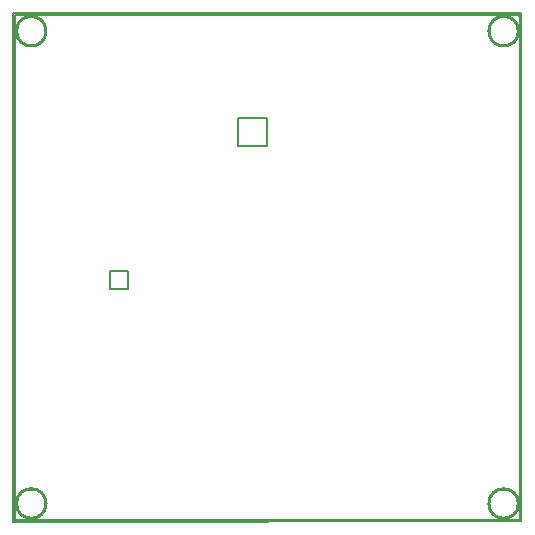
<source format=gko>
%FSLAX25Y25*%
%MOIN*%
G70*
G01*
G75*
G04 Layer_Color=65280*
%ADD10C,0.01000*%
%ADD11C,0.01500*%
%ADD12C,0.02000*%
%ADD13C,0.03937*%
%ADD14R,0.08268X0.08268*%
%ADD15R,0.08268X0.08268*%
%ADD16R,0.03150X0.02362*%
%ADD17R,0.02362X0.03150*%
%ADD18R,0.01083X0.00984*%
%ADD19R,0.00984X0.01083*%
%ADD20R,0.01181X0.01890*%
%ADD21R,0.01890X0.01181*%
%ADD22R,0.02362X0.02362*%
%ADD23R,0.02362X0.02362*%
%ADD24R,0.03347X0.02756*%
%ADD25R,0.01083X0.00984*%
%ADD26R,0.00984X0.01083*%
%ADD27R,0.02756X0.03347*%
%ADD28R,0.01378X0.00787*%
%ADD29R,0.01181X0.01181*%
%ADD30R,0.01378X0.00984*%
%ADD31R,0.01378X0.01181*%
G04:AMPARAMS|DCode=32|XSize=39.37mil|YSize=41.34mil|CornerRadius=5.91mil|HoleSize=0mil|Usage=FLASHONLY|Rotation=90.000|XOffset=0mil|YOffset=0mil|HoleType=Round|Shape=RoundedRectangle|*
%AMROUNDEDRECTD32*
21,1,0.03937,0.02953,0,0,90.0*
21,1,0.02756,0.04134,0,0,90.0*
1,1,0.01181,0.01476,0.01378*
1,1,0.01181,0.01476,-0.01378*
1,1,0.01181,-0.01476,-0.01378*
1,1,0.01181,-0.01476,0.01378*
%
%ADD32ROUNDEDRECTD32*%
G04:AMPARAMS|DCode=33|XSize=41.34mil|YSize=86.61mil|CornerRadius=6.2mil|HoleSize=0mil|Usage=FLASHONLY|Rotation=90.000|XOffset=0mil|YOffset=0mil|HoleType=Round|Shape=RoundedRectangle|*
%AMROUNDEDRECTD33*
21,1,0.04134,0.07421,0,0,90.0*
21,1,0.02894,0.08661,0,0,90.0*
1,1,0.01240,0.03711,0.01447*
1,1,0.01240,0.03711,-0.01447*
1,1,0.01240,-0.03711,-0.01447*
1,1,0.01240,-0.03711,0.01447*
%
%ADD33ROUNDEDRECTD33*%
G04:AMPARAMS|DCode=34|XSize=27.56mil|YSize=33.47mil|CornerRadius=0mil|HoleSize=0mil|Usage=FLASHONLY|Rotation=225.000|XOffset=0mil|YOffset=0mil|HoleType=Round|Shape=Rectangle|*
%AMROTATEDRECTD34*
4,1,4,-0.00209,0.02158,0.02158,-0.00209,0.00209,-0.02158,-0.02158,0.00209,-0.00209,0.02158,0.0*
%
%ADD34ROTATEDRECTD34*%

%ADD35O,0.06299X0.01181*%
%ADD36R,0.06299X0.01181*%
%ADD37O,0.01181X0.06299*%
%ADD38R,0.04800X0.05600*%
%ADD39R,0.05000X0.05000*%
%ADD40R,0.05000X0.07874*%
%ADD41R,0.07874X0.02756*%
%ADD42C,0.00600*%
%ADD43C,0.00800*%
%ADD44C,0.00500*%
%ADD45C,0.02000*%
%ADD46C,0.03000*%
%ADD47C,0.04000*%
%ADD48C,0.05000*%
%ADD49C,0.03000*%
%ADD50C,0.04000*%
%ADD51O,0.07874X0.03937*%
%ADD52O,0.03937X0.07874*%
%ADD53R,0.02362X0.03937*%
%ADD54R,0.02559X0.04921*%
%ADD55C,0.00787*%
%ADD56R,0.03937X0.05118*%
%ADD57R,0.01200X0.01800*%
%ADD58R,0.04921X0.02559*%
%ADD59R,0.05118X0.03937*%
%ADD60O,0.01378X0.02756*%
%ADD61R,0.07087X0.04331*%
G04:AMPARAMS|DCode=62|XSize=45mil|YSize=65mil|CornerRadius=5.63mil|HoleSize=0mil|Usage=FLASHONLY|Rotation=0.000|XOffset=0mil|YOffset=0mil|HoleType=Round|Shape=RoundedRectangle|*
%AMROUNDEDRECTD62*
21,1,0.04500,0.05375,0,0,0.0*
21,1,0.03375,0.06500,0,0,0.0*
1,1,0.01125,0.01688,-0.02688*
1,1,0.01125,-0.01688,-0.02688*
1,1,0.01125,-0.01688,0.02688*
1,1,0.01125,0.01688,0.02688*
%
%ADD62ROUNDEDRECTD62*%
%ADD63O,0.08661X0.02362*%
%ADD64R,0.11811X0.19685*%
%ADD65O,0.02953X0.01772*%
%ADD66R,0.08661X0.11811*%
%ADD67R,0.09843X0.01969*%
%ADD68P,0.03341X4X90.0*%
%ADD69R,0.03937X0.02362*%
%ADD70R,0.07874X0.07874*%
%ADD71R,0.05906X0.05118*%
%ADD72R,0.07874X0.07087*%
%ADD73R,0.05906X0.03150*%
%ADD74R,0.14704X0.04000*%
%ADD75C,0.01200*%
%ADD76C,0.00300*%
%ADD77R,0.35200X0.19400*%
%ADD78R,0.02472X0.02228*%
%ADD79C,0.04737*%
%ADD80R,0.09068X0.09068*%
%ADD81R,0.09068X0.09068*%
%ADD82R,0.03950X0.03162*%
%ADD83R,0.03162X0.03950*%
%ADD84R,0.01883X0.01784*%
%ADD85R,0.01784X0.01883*%
%ADD86R,0.01981X0.02690*%
%ADD87R,0.02690X0.01981*%
%ADD88R,0.03162X0.03162*%
%ADD89R,0.03162X0.03162*%
%ADD90R,0.04147X0.03556*%
%ADD91R,0.01883X0.01784*%
%ADD92R,0.01784X0.01883*%
%ADD93R,0.03556X0.04147*%
%ADD94R,0.02178X0.01587*%
%ADD95R,0.01981X0.01981*%
%ADD96R,0.02178X0.01784*%
%ADD97R,0.02178X0.01981*%
G04:AMPARAMS|DCode=98|XSize=47.37mil|YSize=49.34mil|CornerRadius=7.11mil|HoleSize=0mil|Usage=FLASHONLY|Rotation=90.000|XOffset=0mil|YOffset=0mil|HoleType=Round|Shape=RoundedRectangle|*
%AMROUNDEDRECTD98*
21,1,0.04737,0.03513,0,0,90.0*
21,1,0.03316,0.04934,0,0,90.0*
1,1,0.01421,0.01756,0.01658*
1,1,0.01421,0.01756,-0.01658*
1,1,0.01421,-0.01756,-0.01658*
1,1,0.01421,-0.01756,0.01658*
%
%ADD98ROUNDEDRECTD98*%
G04:AMPARAMS|DCode=99|XSize=49.34mil|YSize=94.61mil|CornerRadius=7.4mil|HoleSize=0mil|Usage=FLASHONLY|Rotation=90.000|XOffset=0mil|YOffset=0mil|HoleType=Round|Shape=RoundedRectangle|*
%AMROUNDEDRECTD99*
21,1,0.04934,0.07981,0,0,90.0*
21,1,0.03454,0.09461,0,0,90.0*
1,1,0.01480,0.03991,0.01727*
1,1,0.01480,0.03991,-0.01727*
1,1,0.01480,-0.03991,-0.01727*
1,1,0.01480,-0.03991,0.01727*
%
%ADD99ROUNDEDRECTD99*%
G04:AMPARAMS|DCode=100|XSize=35.56mil|YSize=41.47mil|CornerRadius=0mil|HoleSize=0mil|Usage=FLASHONLY|Rotation=225.000|XOffset=0mil|YOffset=0mil|HoleType=Round|Shape=Rectangle|*
%AMROTATEDRECTD100*
4,1,4,-0.00209,0.02723,0.02723,-0.00209,0.00209,-0.02723,-0.02723,0.00209,-0.00209,0.02723,0.0*
%
%ADD100ROTATEDRECTD100*%

%ADD101O,0.07099X0.01981*%
%ADD102R,0.07099X0.01981*%
%ADD103O,0.01981X0.07099*%
%ADD104R,0.05600X0.06400*%
%ADD105R,0.05800X0.05800*%
%ADD106R,0.05800X0.08674*%
%ADD107R,0.08674X0.03556*%
%ADD108O,0.08674X0.04737*%
%ADD109O,0.04737X0.08674*%
%ADD110R,0.03162X0.04737*%
%ADD111R,0.03359X0.05721*%
%ADD112C,0.01587*%
%ADD113R,0.04737X0.05918*%
%ADD114R,0.02000X0.02600*%
%ADD115R,0.05721X0.03359*%
%ADD116R,0.05918X0.04737*%
%ADD117O,0.02178X0.03556*%
%ADD118R,0.07887X0.05131*%
G04:AMPARAMS|DCode=119|XSize=53mil|YSize=73mil|CornerRadius=6.63mil|HoleSize=0mil|Usage=FLASHONLY|Rotation=0.000|XOffset=0mil|YOffset=0mil|HoleType=Round|Shape=RoundedRectangle|*
%AMROUNDEDRECTD119*
21,1,0.05300,0.05975,0,0,0.0*
21,1,0.03975,0.07300,0,0,0.0*
1,1,0.01325,0.01988,-0.02988*
1,1,0.01325,-0.01988,-0.02988*
1,1,0.01325,-0.01988,0.02988*
1,1,0.01325,0.01988,0.02988*
%
%ADD119ROUNDEDRECTD119*%
%ADD120O,0.09461X0.03162*%
%ADD121R,0.12611X0.20485*%
%ADD122O,0.03753X0.02572*%
%ADD123R,0.09461X0.12611*%
%ADD124R,0.10642X0.02769*%
%ADD125P,0.04472X4X90.0*%
%ADD126R,0.04737X0.03162*%
%ADD127R,0.08674X0.08674*%
%ADD128R,0.06706X0.05918*%
%ADD129R,0.08674X0.07887*%
%ADD130R,0.06706X0.03950*%
%ADD131C,0.00984*%
%ADD132C,0.02362*%
%ADD133C,0.01969*%
%ADD134C,0.00787*%
%ADD135C,0.00700*%
%ADD136R,0.00800X0.04800*%
%ADD137R,0.00700X0.03600*%
%ADD138R,0.00600X0.02400*%
%ADD139R,0.00500X0.01500*%
%ADD140R,0.01575X0.11811*%
%ADD141R,0.01075X0.08000*%
D44*
X168504Y5906D02*
G03*
X168504Y5906I-5118J0D01*
G01*
X11024Y163386D02*
G03*
X11024Y163386I-5118J0D01*
G01*
Y5906D02*
G03*
X11024Y5906I-5118J0D01*
G01*
X168504Y163386D02*
G03*
X168504Y163386I-5118J0D01*
G01*
X168898Y394D02*
Y168898D01*
X394D02*
X168898D01*
X394Y394D02*
Y168898D01*
Y394D02*
X168898D01*
X32124Y77363D02*
Y83269D01*
Y77363D02*
X38029D01*
Y83269D01*
X32124Y83269D02*
X38029Y83269D01*
X74875Y124963D02*
Y134412D01*
X74975Y124963D02*
X84424D01*
X84424Y134412D01*
X74975D02*
X84424D01*
X168110Y5906D02*
G03*
X168110Y5906I-4724J0D01*
G01*
X10630Y163386D02*
G03*
X10630Y163386I-4724J0D01*
G01*
X168110D02*
G03*
X168110Y163386I-4724J0D01*
G01*
X10630Y5906D02*
G03*
X10630Y5906I-4724J0D01*
G01*
X168484Y168484D02*
X169291Y169291D01*
X-0D02*
X169291D01*
X-0D02*
X0Y0D01*
X169291Y-0D02*
Y169291D01*
X0Y-74D02*
X169291Y-0D01*
M02*

</source>
